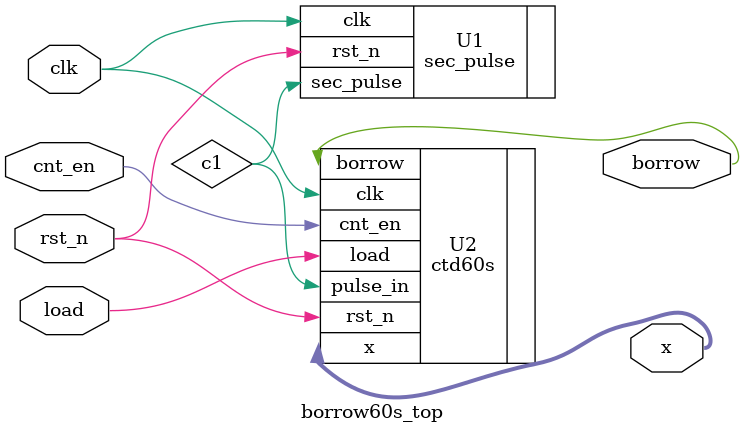
<source format=v>
`timescale 1ns / 1ps
module borrow60s_top(
    input clk,
    input rst_n,
    input cnt_en,
    input load,
    output [7:0]x,
    output borrow
    );
    //0.47
    wire c1;
    sec_pulse U1(
    .clk(clk),
    .rst_n(rst_n),
    .sec_pulse(c1)
    );
    
    ctd60s U2(
    .clk(clk),
    .rst_n(rst_n),
    .pulse_in(c1),
    .cnt_en(cnt_en),
    .load(load),
    .x(x),
    .borrow(borrow)
    );
endmodule

</source>
